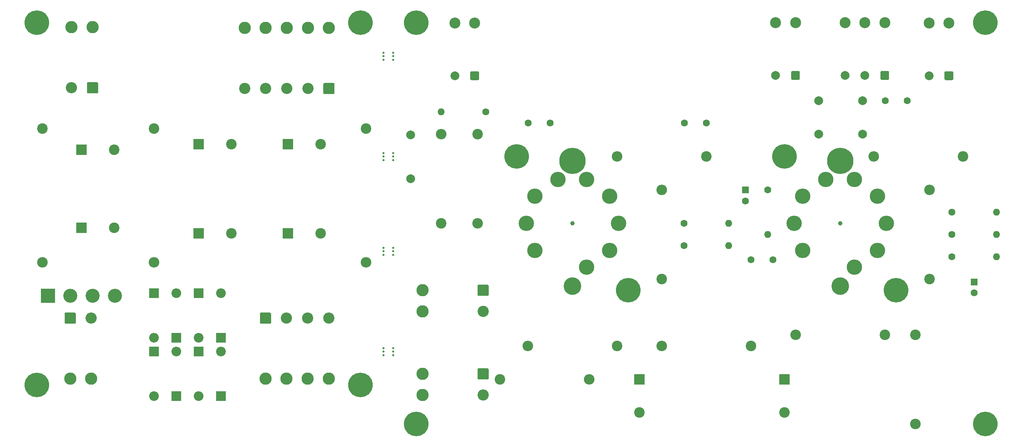
<source format=gts>
G04 #@! TF.GenerationSoftware,KiCad,Pcbnew,5.1.12-84ad8e8a86~92~ubuntu20.04.1*
G04 #@! TF.CreationDate,2021-12-12T19:41:42-05:00*
G04 #@! TF.ProjectId,it_is_the_champion,69745f69-735f-4746-9865-5f6368616d70,0.1*
G04 #@! TF.SameCoordinates,Original*
G04 #@! TF.FileFunction,Soldermask,Top*
G04 #@! TF.FilePolarity,Negative*
%FSLAX46Y46*%
G04 Gerber Fmt 4.6, Leading zero omitted, Abs format (unit mm)*
G04 Created by KiCad (PCBNEW 5.1.12-84ad8e8a86~92~ubuntu20.04.1) date 2021-12-12 19:41:42*
%MOMM*%
%LPD*%
G01*
G04 APERTURE LIST*
%ADD10C,0.500000*%
%ADD11O,2.400000X2.400000*%
%ADD12C,2.400000*%
%ADD13C,2.000000*%
%ADD14C,2.500000*%
%ADD15O,3.500000X3.500000*%
%ADD16C,4.000000*%
%ADD17C,6.000000*%
%ADD18C,1.000000*%
%ADD19C,2.800000*%
%ADD20C,2.550000*%
%ADD21R,2.400000X2.400000*%
%ADD22C,5.600000*%
%ADD23C,5.599999*%
%ADD24C,1.600000*%
%ADD25O,1.600000X1.600000*%
%ADD26O,2.200000X2.200000*%
%ADD27R,2.200000X2.200000*%
%ADD28R,1.600000X1.600000*%
%ADD29R,3.200000X3.200000*%
%ADD30C,3.200000*%
G04 APERTURE END LIST*
D10*
X30650000Y-107150000D03*
X30650000Y-108750000D03*
X32850000Y-108750000D03*
X32850000Y-107150000D03*
X30650000Y-107950000D03*
X32850000Y-107950000D03*
X30650000Y-84290000D03*
X30650000Y-85890000D03*
X32850000Y-85890000D03*
X32850000Y-84290000D03*
X30650000Y-85090000D03*
X32850000Y-85090000D03*
X30650000Y-62700000D03*
X30650000Y-64300000D03*
X32850000Y-64300000D03*
X32850000Y-62700000D03*
X30650000Y-63500000D03*
X32850000Y-63500000D03*
X30650000Y-39840000D03*
X30650000Y-41440000D03*
X32850000Y-41440000D03*
X32850000Y-39840000D03*
X30650000Y-40640000D03*
X32850000Y-40640000D03*
D11*
X142240000Y-63500000D03*
D12*
X162560000Y-63500000D03*
G36*
G01*
X52435000Y-44335000D02*
X52435000Y-45835000D01*
G75*
G02*
X52185000Y-46085000I-250000J0D01*
G01*
X50685000Y-46085000D01*
G75*
G02*
X50435000Y-45835000I0J250000D01*
G01*
X50435000Y-44335000D01*
G75*
G02*
X50685000Y-44085000I250000J0D01*
G01*
X52185000Y-44085000D01*
G75*
G02*
X52435000Y-44335000I0J-250000D01*
G01*
G37*
D13*
X46935000Y-45085000D03*
D14*
X51435000Y-33085000D03*
X46935000Y-33085000D03*
G36*
G01*
X160385000Y-44335000D02*
X160385000Y-45835000D01*
G75*
G02*
X160135000Y-46085000I-250000J0D01*
G01*
X158635000Y-46085000D01*
G75*
G02*
X158385000Y-45835000I0J250000D01*
G01*
X158385000Y-44335000D01*
G75*
G02*
X158635000Y-44085000I250000J0D01*
G01*
X160135000Y-44085000D01*
G75*
G02*
X160385000Y-44335000I0J-250000D01*
G01*
G37*
D13*
X154885000Y-45085000D03*
D14*
X159385000Y-33085000D03*
X154885000Y-33085000D03*
D15*
X65165322Y-84911745D03*
X63160000Y-78740000D03*
X65165322Y-72568255D03*
X70415322Y-68753907D03*
X76904678Y-68753907D03*
X82154678Y-72568255D03*
X84160000Y-78740000D03*
X82154678Y-84911745D03*
X76904678Y-88726093D03*
D16*
X73660000Y-92990000D03*
D17*
X73660000Y-64490000D03*
D18*
X73660000Y-78740000D03*
D15*
X126125322Y-84911745D03*
X124120000Y-78740000D03*
X126125322Y-72568255D03*
X131375322Y-68753907D03*
X137864678Y-68753907D03*
X143114678Y-72568255D03*
X145120000Y-78740000D03*
X143114678Y-84911745D03*
X137864678Y-88726093D03*
D16*
X134620000Y-92990000D03*
D17*
X134620000Y-64490000D03*
D18*
X134620000Y-78740000D03*
D11*
X151765000Y-124460000D03*
D12*
X151765000Y-104140000D03*
D11*
X93980000Y-106680000D03*
D12*
X114300000Y-106680000D03*
D11*
X77470000Y-114300000D03*
D12*
X57150000Y-114300000D03*
D19*
X39540000Y-98780000D03*
X39540000Y-93980000D03*
D20*
X53340000Y-98780000D03*
G36*
G01*
X52314999Y-92705000D02*
X54365001Y-92705000D01*
G75*
G02*
X54615000Y-92954999I0J-249999D01*
G01*
X54615000Y-95005001D01*
G75*
G02*
X54365001Y-95255000I-249999J0D01*
G01*
X52314999Y-95255000D01*
G75*
G02*
X52065000Y-95005001I0J249999D01*
G01*
X52065000Y-92954999D01*
G75*
G02*
X52314999Y-92705000I249999J0D01*
G01*
G37*
D19*
X39540000Y-117830000D03*
X39540000Y-113030000D03*
D20*
X53340000Y-117830000D03*
G36*
G01*
X52314999Y-111755000D02*
X54365001Y-111755000D01*
G75*
G02*
X54615000Y-112004999I0J-249999D01*
G01*
X54615000Y-114055001D01*
G75*
G02*
X54365001Y-114305000I-249999J0D01*
G01*
X52314999Y-114305000D01*
G75*
G02*
X52065000Y-114055001I0J249999D01*
G01*
X52065000Y-112004999D01*
G75*
G02*
X52314999Y-111755000I249999J0D01*
G01*
G37*
D12*
X121920000Y-121800000D03*
D21*
X121920000Y-114300000D03*
D12*
X88900000Y-121800000D03*
D21*
X88900000Y-114300000D03*
D19*
X-938000Y-34206000D03*
X3862000Y-34206000D03*
X8662000Y-34206000D03*
X13462000Y-34206000D03*
X18262000Y-34206000D03*
D20*
X-938000Y-48006000D03*
X3862000Y-48006000D03*
X8662000Y-48006000D03*
X13462000Y-48006000D03*
G36*
G01*
X19537000Y-46980999D02*
X19537000Y-49031001D01*
G75*
G02*
X19287001Y-49281000I-249999J0D01*
G01*
X17236999Y-49281000D01*
G75*
G02*
X16987000Y-49031001I0J249999D01*
G01*
X16987000Y-46980999D01*
G75*
G02*
X17236999Y-46731000I249999J0D01*
G01*
X19287001Y-46731000D01*
G75*
G02*
X19537000Y-46980999I0J-249999D01*
G01*
G37*
D22*
X-48260000Y-115570000D03*
X25400000Y-115570000D03*
D23*
X-48260000Y-33020000D03*
D22*
X25400000Y-33020000D03*
X86360000Y-93980000D03*
X60960000Y-63500000D03*
X147320000Y-93980000D03*
X121920000Y-63500000D03*
X38100000Y-124460000D03*
X167640000Y-124460000D03*
X167640000Y-33020000D03*
X38100000Y-33020000D03*
D19*
X-40360000Y-34036000D03*
X-35560000Y-34036000D03*
D20*
X-40360000Y-47836000D03*
G36*
G01*
X-34285000Y-46810999D02*
X-34285000Y-48861001D01*
G75*
G02*
X-34534999Y-49111000I-249999J0D01*
G01*
X-36585001Y-49111000D01*
G75*
G02*
X-36835000Y-48861001I0J249999D01*
G01*
X-36835000Y-46810999D01*
G75*
G02*
X-36585001Y-46561000I249999J0D01*
G01*
X-34534999Y-46561000D01*
G75*
G02*
X-34285000Y-46810999I0J-249999D01*
G01*
G37*
D11*
X43815000Y-58420000D03*
D12*
X43815000Y-78740000D03*
D11*
X52070000Y-78740000D03*
D12*
X52070000Y-58420000D03*
D11*
X83820000Y-63500000D03*
D12*
X104140000Y-63500000D03*
D24*
X144860000Y-50800000D03*
X149860000Y-50800000D03*
D12*
X26670000Y-57150000D03*
D11*
X26670000Y-87630000D03*
D25*
X43815000Y-53340000D03*
D24*
X53975000Y-53340000D03*
D25*
X109220000Y-83820000D03*
D24*
X99060000Y-83820000D03*
D25*
X109220000Y-78740000D03*
D24*
X99060000Y-78740000D03*
D25*
X118110000Y-81280000D03*
D24*
X118110000Y-71120000D03*
D25*
X170180000Y-86360000D03*
D24*
X160020000Y-86360000D03*
D25*
X170180000Y-76200000D03*
D24*
X160020000Y-76200000D03*
D25*
X170180000Y-81280000D03*
D24*
X160020000Y-81280000D03*
D26*
X-6350000Y-94615000D03*
D27*
X-6350000Y-104775000D03*
D26*
X-6350000Y-107950000D03*
D27*
X-6350000Y-118110000D03*
D26*
X-16510000Y-94615000D03*
D27*
X-16510000Y-104775000D03*
D26*
X-16510000Y-107950000D03*
D27*
X-16510000Y-118110000D03*
D26*
X-11430000Y-104775000D03*
D27*
X-11430000Y-94615000D03*
D26*
X-11430000Y-118110000D03*
D27*
X-11430000Y-107950000D03*
D26*
X-21590000Y-104775000D03*
D27*
X-21590000Y-94615000D03*
D26*
X-21590000Y-118110000D03*
D27*
X-21590000Y-107950000D03*
D12*
X-3930000Y-60706000D03*
D21*
X-11430000Y-60706000D03*
D12*
X16390000Y-81026000D03*
D21*
X8890000Y-81026000D03*
D12*
X-3930000Y-81026000D03*
D21*
X-11430000Y-81026000D03*
D13*
X36830000Y-68580000D03*
X36830000Y-58580000D03*
D24*
X68580000Y-55880000D03*
X63580000Y-55880000D03*
X99140000Y-55880000D03*
X104140000Y-55880000D03*
X119300000Y-86995000D03*
X114300000Y-86995000D03*
D13*
X139700000Y-50800000D03*
X129700000Y-50800000D03*
X139700000Y-58420000D03*
X129700000Y-58420000D03*
D24*
X165100000Y-94575000D03*
D28*
X165100000Y-92075000D03*
D12*
X-30600000Y-61976000D03*
D21*
X-38100000Y-61976000D03*
D12*
X-30600000Y-79756000D03*
D21*
X-38100000Y-79756000D03*
G36*
G01*
X-41915000Y-101355001D02*
X-41915000Y-99304999D01*
G75*
G02*
X-41665001Y-99055000I249999J0D01*
G01*
X-39614999Y-99055000D01*
G75*
G02*
X-39365000Y-99304999I0J-249999D01*
G01*
X-39365000Y-101355001D01*
G75*
G02*
X-39614999Y-101605000I-249999J0D01*
G01*
X-41665001Y-101605000D01*
G75*
G02*
X-41915000Y-101355001I0J249999D01*
G01*
G37*
D20*
X-35840000Y-100330000D03*
D19*
X-40640000Y-114130000D03*
X-35840000Y-114130000D03*
D12*
X16390000Y-60706000D03*
D21*
X8890000Y-60706000D03*
D14*
X119960000Y-33020000D03*
X124460000Y-33020000D03*
D13*
X119960000Y-45020000D03*
G36*
G01*
X125460000Y-44270000D02*
X125460000Y-45770000D01*
G75*
G02*
X125210000Y-46020000I-250000J0D01*
G01*
X123710000Y-46020000D01*
G75*
G02*
X123460000Y-45770000I0J250000D01*
G01*
X123460000Y-44270000D01*
G75*
G02*
X123710000Y-44020000I250000J0D01*
G01*
X125210000Y-44020000D01*
G75*
G02*
X125460000Y-44270000I0J-250000D01*
G01*
G37*
D14*
X135780000Y-33020000D03*
X140280000Y-33020000D03*
X144780000Y-33020000D03*
D13*
X135780000Y-45020000D03*
X140280000Y-45020000D03*
G36*
G01*
X145780000Y-44270000D02*
X145780000Y-45770000D01*
G75*
G02*
X145530000Y-46020000I-250000J0D01*
G01*
X144030000Y-46020000D01*
G75*
G02*
X143780000Y-45770000I0J250000D01*
G01*
X143780000Y-44270000D01*
G75*
G02*
X144030000Y-44020000I250000J0D01*
G01*
X145530000Y-44020000D01*
G75*
G02*
X145780000Y-44270000I0J-250000D01*
G01*
G37*
D29*
X-45720000Y-95250000D03*
D30*
X-40640000Y-95250000D03*
X-35560000Y-95250000D03*
X-30480000Y-95250000D03*
G36*
G01*
X2535000Y-101355001D02*
X2535000Y-99304999D01*
G75*
G02*
X2784999Y-99055000I249999J0D01*
G01*
X4835001Y-99055000D01*
G75*
G02*
X5085000Y-99304999I0J-249999D01*
G01*
X5085000Y-101355001D01*
G75*
G02*
X4835001Y-101605000I-249999J0D01*
G01*
X2784999Y-101605000D01*
G75*
G02*
X2535000Y-101355001I0J249999D01*
G01*
G37*
D20*
X8610000Y-100330000D03*
X13410000Y-100330000D03*
X18210000Y-100330000D03*
D19*
X3810000Y-114130000D03*
X8610000Y-114130000D03*
X13410000Y-114130000D03*
X18210000Y-114130000D03*
D12*
X-46990000Y-57150000D03*
D11*
X-46990000Y-87630000D03*
D12*
X-21590000Y-57150000D03*
D11*
X-21590000Y-87630000D03*
D12*
X83820000Y-106680000D03*
D11*
X63500000Y-106680000D03*
X93980000Y-71120000D03*
D12*
X93980000Y-91440000D03*
D11*
X124460000Y-104140000D03*
D12*
X144780000Y-104140000D03*
D11*
X154940000Y-71120000D03*
D12*
X154940000Y-91440000D03*
D24*
X113030000Y-73620000D03*
D28*
X113030000Y-71120000D03*
M02*

</source>
